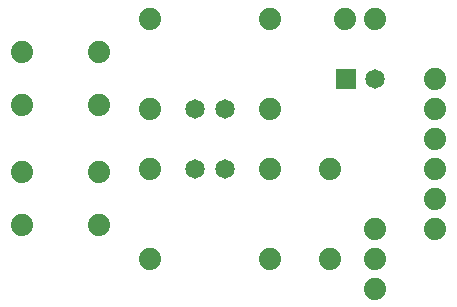
<source format=gbr>
G04 EAGLE Gerber RS-274X export*
G75*
%MOMM*%
%FSLAX34Y34*%
%LPD*%
%INTop Copper*%
%IPPOS*%
%AMOC8*
5,1,8,0,0,1.08239X$1,22.5*%
G01*
%ADD10C,1.651000*%
%ADD11C,1.879600*%
%ADD12R,1.651000X1.651000*%


D10*
X266700Y279400D03*
X241300Y279400D03*
X266700Y228600D03*
X241300Y228600D03*
D11*
X444500Y177800D03*
X444500Y203200D03*
X444500Y228600D03*
X444500Y254000D03*
X444500Y279400D03*
X444500Y304800D03*
X393700Y355600D03*
X368300Y355600D03*
X393700Y127000D03*
X393700Y152400D03*
X393700Y177800D03*
X304800Y228600D03*
X304800Y152400D03*
X304800Y279400D03*
X304800Y355600D03*
X203200Y355600D03*
X203200Y279400D03*
X203200Y228600D03*
X203200Y152400D03*
X355600Y152400D03*
X355600Y228600D03*
X159512Y282194D03*
X94488Y282194D03*
X159512Y327406D03*
X94488Y327406D03*
X159512Y180594D03*
X94488Y180594D03*
X159512Y225806D03*
X94488Y225806D03*
D12*
X368500Y304800D03*
D10*
X393500Y304800D03*
M02*

</source>
